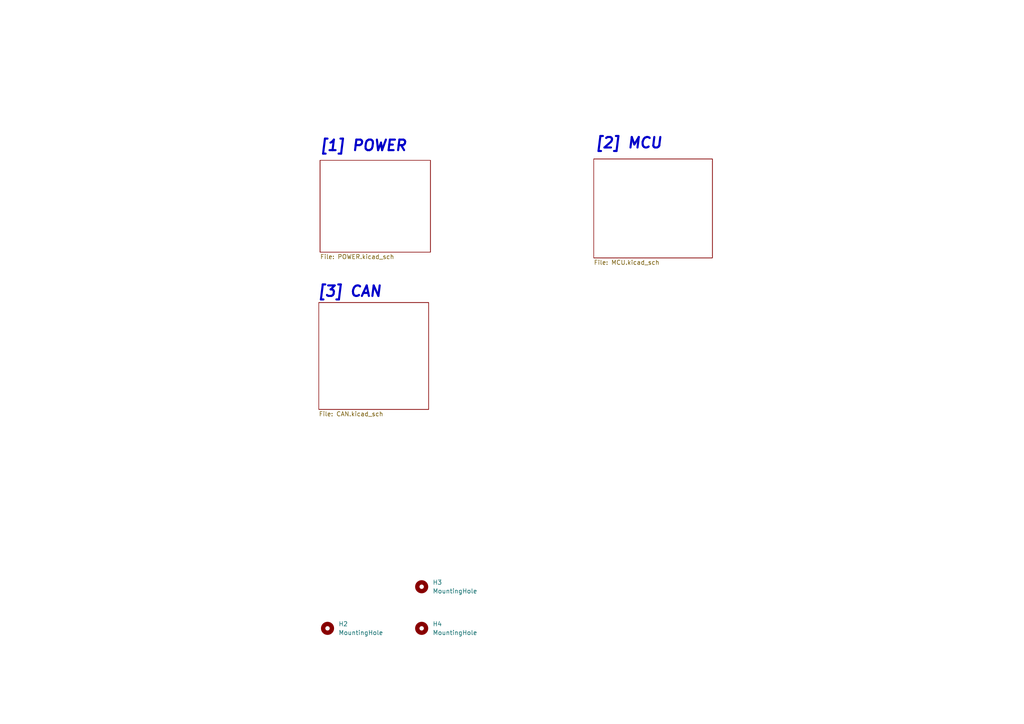
<source format=kicad_sch>
(kicad_sch (version 20230121) (generator eeschema)
  (paper "A4")
  (lib_symbols
    (symbol "Mechanical:MountingHole" (pin_names (offset 1.016))
      (property "Reference" "H" (at 0 5.08 0))
      (property "Value" "MountingHole" (at 0 3.175 0))
      (symbol "MountingHole_0_1"
        (circle (center 0 0) (radius 1.27) (stroke (width 1.27)))
      )
    )
  )
  (text "[2] MCU" (at 172.466 43.434 0) (effects (font (size 3.048 3.048) (thickness 0.6096) bold italic) (justify left bottom)))
  (text "[1] POWER" (at 92.583 44.196 0) (effects (font (size 3.048 3.048) (thickness 0.6096) bold italic) (justify left bottom)))
  (text "[3] CAN" (at 91.948 86.487 0) (effects (font (size 3.048 3.048) (thickness 0.6096) bold italic) (justify left bottom)))
  (symbol (lib_id "Mechanical:MountingHole") (at 122.301 170.18 0) (unit 1)
    (property "Reference" "H3" (at 125.476 168.9099 0) (effects (justify left)))
    (property "Value" "MountingHole" (at 125.476 171.4499 0) (effects (justify left)))
    (property "Footprint" "MountingHole:MountingHole_3.2mm_M3" (effects hide))
  )
  (symbol (lib_id "Mechanical:MountingHole") (at 122.301 182.245 0) (unit 1)
    (property "Reference" "H4" (at 125.476 180.9749 0) (effects (justify left)))
    (property "Value" "MountingHole" (at 125.476 183.5149 0) (effects (justify left)))
    (property "Footprint" "MountingHole:MountingHole_3.2mm_M3" (effects hide))
  )
  (symbol (lib_id "Mechanical:MountingHole") (at 94.996 182.245 0) (unit 1)
    (property "Reference" "H2" (at 98.171 180.9749 0) (effects (justify left)))
    (property "Value" "MountingHole" (at 98.171 183.5149 0) (effects (justify left)))
    (property "Footprint" "MountingHole:MountingHole_3.2mm_M3" (effects hide))
  )
  (sheet (at 172.212 46.101) (size 34.417 28.702) (stroke (width 0.1524))
    (property "Sheetname" "MCU" (effects hide))
    (property "Sheetfile" "MCU.kicad_sch" (at 172.212 75.3876 0) (effects (justify left top)))
  )
  (sheet (at 92.837 46.482) (size 32.004 26.67) (stroke (width 0.1524))
    (property "Sheetname" "POWER" (effects hide))
    (property "Sheetfile" "POWER.kicad_sch" (at 92.837 73.7366 0) (effects (justify left top)))
  )
  (sheet (at 92.456 87.757) (size 31.877 30.988) (stroke (width 0.1524))
    (property "Sheetname" "CAN" (effects hide))
    (property "Sheetfile" "CAN.kicad_sch" (at 92.456 119.3296 0) (effects (justify left top)))
  )
)
</source>
